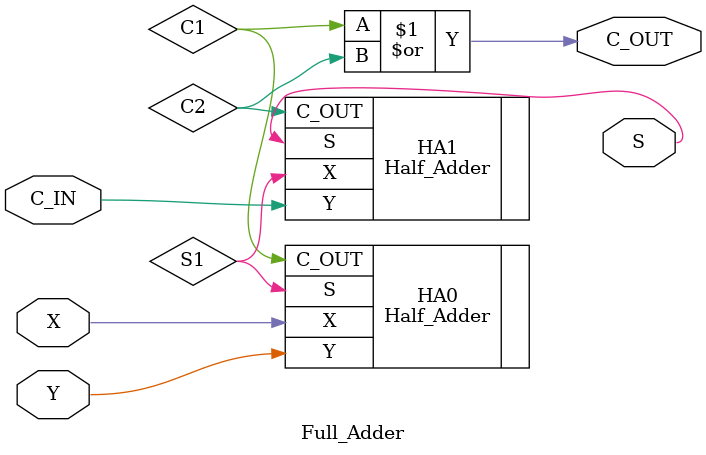
<source format=v>
`timescale 1ns / 1ps
module Full_Adder(
    input X,Y,
	 input C_IN,
	 output S,C_OUT
    );
    
	 Half_Adder HA0(
     .X(X),
     .Y(Y),
     .S(S1),
     .C_OUT(C1)
    );
	 
	 Half_Adder HA1(
     .X(S1),
     .Y(C_IN),
     .S(S),
     .C_OUT(C2)
    );
	 
	 assign C_OUT = C1 | C2 ;
	 
endmodule

</source>
